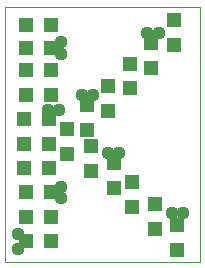
<source format=gts>
G75*
%MOIN*%
%OFA0B0*%
%FSLAX24Y24*%
%IPPOS*%
%LPD*%
%AMOC8*
5,1,8,0,0,1.08239X$1,22.5*
%
%ADD10C,0.0000*%
%ADD11R,0.0512X0.0512*%
%ADD12C,0.0437*%
D10*
X002267Y002517D02*
X002267Y011017D01*
X008767Y011017D01*
X008767Y002517D01*
X002267Y002517D01*
D11*
X002978Y003204D03*
X002978Y004017D03*
X002978Y004829D03*
X002916Y005642D03*
X002916Y006454D03*
X002916Y007267D03*
X002978Y008079D03*
X002978Y008892D03*
X002978Y009642D03*
X002978Y010392D03*
X003805Y010392D03*
X003805Y009642D03*
X003805Y008892D03*
X003805Y008079D03*
X003743Y007267D03*
X004329Y006930D03*
X003743Y006454D03*
X004329Y006103D03*
X003743Y005642D03*
X003805Y004829D03*
X003805Y004017D03*
X003805Y003204D03*
X005892Y004978D03*
X006517Y005180D03*
X005892Y005805D03*
X005142Y005541D03*
X005142Y006368D03*
X005017Y006916D03*
X005017Y007743D03*
X005704Y007541D03*
X005704Y008368D03*
X006454Y008291D03*
X007142Y008978D03*
X006454Y009118D03*
X007142Y009805D03*
X007892Y009728D03*
X007892Y010555D03*
X007267Y004430D03*
X006517Y004353D03*
X007267Y003603D03*
X008017Y003743D03*
X008017Y002916D03*
D12*
X008204Y004142D03*
X007829Y004142D03*
X006079Y006142D03*
X005704Y006142D03*
X004142Y005017D03*
X004142Y004642D03*
X002704Y003454D03*
X002704Y002954D03*
X003704Y007579D03*
X004079Y007579D03*
X004829Y008079D03*
X005204Y008079D03*
X004142Y009454D03*
X004142Y009829D03*
X007017Y010142D03*
X007392Y010142D03*
M02*

</source>
